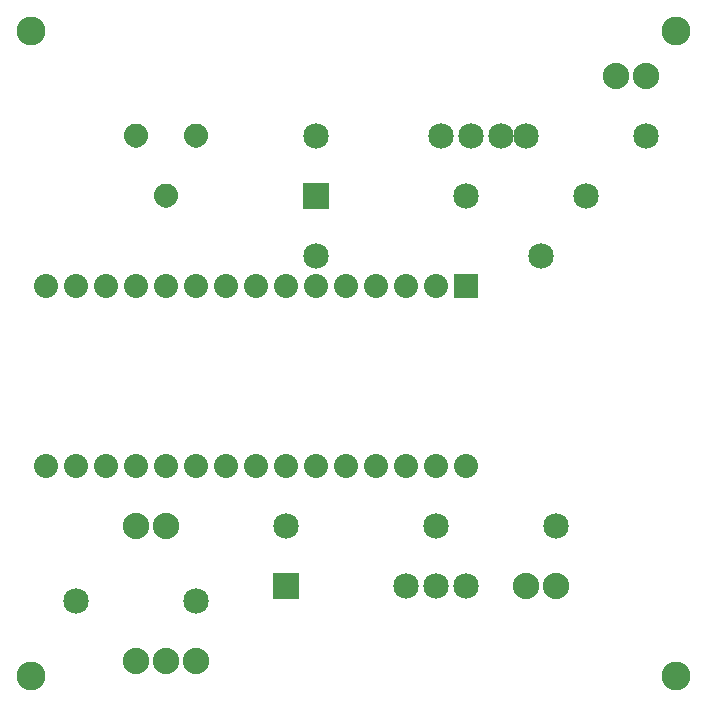
<source format=gts>
G04 MADE WITH FRITZING*
G04 WWW.FRITZING.ORG*
G04 DOUBLE SIDED*
G04 HOLES PLATED*
G04 CONTOUR ON CENTER OF CONTOUR VECTOR*
%ASAXBY*%
%FSLAX23Y23*%
%MOIN*%
%OFA0B0*%
%SFA1.0B1.0*%
%ADD10C,0.080000*%
%ADD11C,0.085000*%
%ADD12C,0.088000*%
%ADD13C,0.096614*%
%ADD14R,0.080000X0.079972*%
%ADD15R,0.085000X0.085000*%
%ADD16R,0.001000X0.001000*%
%LNMASK1*%
G90*
G70*
G54D10*
X1561Y1422D03*
X1461Y1422D03*
X1361Y1422D03*
X1261Y1422D03*
X1161Y1422D03*
X1061Y1422D03*
X961Y1422D03*
X861Y1422D03*
X761Y1422D03*
X661Y1422D03*
X561Y1422D03*
X461Y1422D03*
X361Y1422D03*
X261Y1422D03*
X161Y1422D03*
X1561Y822D03*
X1461Y822D03*
X1361Y822D03*
X1261Y822D03*
X1161Y822D03*
X1061Y822D03*
X961Y822D03*
X861Y822D03*
X761Y822D03*
X661Y822D03*
X561Y822D03*
X461Y822D03*
X361Y822D03*
X261Y822D03*
X161Y822D03*
G54D11*
X1061Y1722D03*
X1061Y1922D03*
X1561Y422D03*
X1461Y422D03*
X1361Y422D03*
X1861Y622D03*
X1461Y622D03*
X1761Y1922D03*
X2161Y1922D03*
G54D12*
X2161Y2122D03*
X2061Y2122D03*
X1761Y422D03*
X1861Y422D03*
G54D11*
X1961Y1722D03*
X1561Y1722D03*
X261Y372D03*
X661Y372D03*
G54D12*
X561Y622D03*
X461Y622D03*
G54D11*
X961Y422D03*
X961Y622D03*
G54D13*
X111Y122D03*
G54D11*
X1476Y1922D03*
X1576Y1922D03*
X1676Y1922D03*
G54D12*
X661Y172D03*
X561Y172D03*
X461Y172D03*
G54D11*
X1061Y1522D03*
X1811Y1522D03*
G54D13*
X2261Y122D03*
X111Y2272D03*
X2261Y2272D03*
G54D14*
X1561Y1422D03*
G54D15*
X1061Y1722D03*
X961Y422D03*
G54D16*
X455Y1962D02*
X465Y1962D01*
X655Y1962D02*
X665Y1962D01*
X450Y1961D02*
X470Y1961D01*
X650Y1961D02*
X670Y1961D01*
X447Y1960D02*
X473Y1960D01*
X647Y1960D02*
X673Y1960D01*
X444Y1959D02*
X476Y1959D01*
X644Y1959D02*
X676Y1959D01*
X442Y1958D02*
X478Y1958D01*
X642Y1958D02*
X678Y1958D01*
X440Y1957D02*
X480Y1957D01*
X640Y1957D02*
X680Y1957D01*
X439Y1956D02*
X481Y1956D01*
X639Y1956D02*
X681Y1956D01*
X437Y1955D02*
X483Y1955D01*
X637Y1955D02*
X683Y1955D01*
X436Y1954D02*
X484Y1954D01*
X636Y1954D02*
X684Y1954D01*
X435Y1953D02*
X485Y1953D01*
X635Y1953D02*
X685Y1953D01*
X434Y1952D02*
X487Y1952D01*
X634Y1952D02*
X686Y1952D01*
X432Y1951D02*
X488Y1951D01*
X632Y1951D02*
X688Y1951D01*
X432Y1950D02*
X489Y1950D01*
X631Y1950D02*
X689Y1950D01*
X431Y1949D02*
X489Y1949D01*
X631Y1949D02*
X689Y1949D01*
X430Y1948D02*
X490Y1948D01*
X630Y1948D02*
X690Y1948D01*
X429Y1947D02*
X491Y1947D01*
X629Y1947D02*
X691Y1947D01*
X428Y1946D02*
X492Y1946D01*
X628Y1946D02*
X692Y1946D01*
X428Y1945D02*
X493Y1945D01*
X627Y1945D02*
X693Y1945D01*
X427Y1944D02*
X493Y1944D01*
X627Y1944D02*
X693Y1944D01*
X426Y1943D02*
X494Y1943D01*
X626Y1943D02*
X694Y1943D01*
X426Y1942D02*
X494Y1942D01*
X626Y1942D02*
X694Y1942D01*
X425Y1941D02*
X495Y1941D01*
X625Y1941D02*
X695Y1941D01*
X425Y1940D02*
X495Y1940D01*
X625Y1940D02*
X695Y1940D01*
X424Y1939D02*
X496Y1939D01*
X624Y1939D02*
X696Y1939D01*
X424Y1938D02*
X496Y1938D01*
X624Y1938D02*
X696Y1938D01*
X423Y1937D02*
X497Y1937D01*
X623Y1937D02*
X697Y1937D01*
X423Y1936D02*
X497Y1936D01*
X623Y1936D02*
X697Y1936D01*
X423Y1935D02*
X497Y1935D01*
X623Y1935D02*
X697Y1935D01*
X422Y1934D02*
X498Y1934D01*
X622Y1934D02*
X698Y1934D01*
X422Y1933D02*
X498Y1933D01*
X622Y1933D02*
X698Y1933D01*
X422Y1932D02*
X498Y1932D01*
X622Y1932D02*
X698Y1932D01*
X422Y1931D02*
X499Y1931D01*
X622Y1931D02*
X699Y1931D01*
X421Y1930D02*
X499Y1930D01*
X621Y1930D02*
X699Y1930D01*
X421Y1929D02*
X499Y1929D01*
X621Y1929D02*
X699Y1929D01*
X421Y1928D02*
X499Y1928D01*
X621Y1928D02*
X699Y1928D01*
X421Y1927D02*
X499Y1927D01*
X621Y1927D02*
X699Y1927D01*
X421Y1926D02*
X499Y1926D01*
X621Y1926D02*
X699Y1926D01*
X421Y1925D02*
X499Y1925D01*
X621Y1925D02*
X699Y1925D01*
X421Y1924D02*
X499Y1924D01*
X621Y1924D02*
X699Y1924D01*
X421Y1923D02*
X499Y1923D01*
X621Y1923D02*
X699Y1923D01*
X421Y1922D02*
X499Y1922D01*
X621Y1922D02*
X699Y1922D01*
X421Y1921D02*
X499Y1921D01*
X621Y1921D02*
X699Y1921D01*
X421Y1920D02*
X499Y1920D01*
X621Y1920D02*
X699Y1920D01*
X421Y1919D02*
X499Y1919D01*
X621Y1919D02*
X699Y1919D01*
X421Y1918D02*
X499Y1918D01*
X621Y1918D02*
X699Y1918D01*
X421Y1917D02*
X499Y1917D01*
X621Y1917D02*
X699Y1917D01*
X421Y1916D02*
X499Y1916D01*
X621Y1916D02*
X699Y1916D01*
X421Y1915D02*
X499Y1915D01*
X621Y1915D02*
X699Y1915D01*
X422Y1914D02*
X499Y1914D01*
X622Y1914D02*
X698Y1914D01*
X422Y1913D02*
X498Y1913D01*
X622Y1913D02*
X698Y1913D01*
X422Y1912D02*
X498Y1912D01*
X622Y1912D02*
X698Y1912D01*
X422Y1911D02*
X498Y1911D01*
X622Y1911D02*
X698Y1911D01*
X423Y1910D02*
X497Y1910D01*
X623Y1910D02*
X697Y1910D01*
X423Y1909D02*
X497Y1909D01*
X623Y1909D02*
X697Y1909D01*
X423Y1908D02*
X497Y1908D01*
X623Y1908D02*
X697Y1908D01*
X424Y1907D02*
X496Y1907D01*
X624Y1907D02*
X696Y1907D01*
X424Y1906D02*
X496Y1906D01*
X624Y1906D02*
X696Y1906D01*
X425Y1905D02*
X495Y1905D01*
X625Y1905D02*
X695Y1905D01*
X425Y1904D02*
X495Y1904D01*
X625Y1904D02*
X695Y1904D01*
X426Y1903D02*
X494Y1903D01*
X626Y1903D02*
X694Y1903D01*
X426Y1902D02*
X494Y1902D01*
X626Y1902D02*
X694Y1902D01*
X427Y1901D02*
X493Y1901D01*
X627Y1901D02*
X693Y1901D01*
X428Y1900D02*
X492Y1900D01*
X628Y1900D02*
X692Y1900D01*
X428Y1899D02*
X492Y1899D01*
X628Y1899D02*
X692Y1899D01*
X429Y1898D02*
X491Y1898D01*
X629Y1898D02*
X691Y1898D01*
X430Y1897D02*
X490Y1897D01*
X630Y1897D02*
X690Y1897D01*
X431Y1896D02*
X489Y1896D01*
X631Y1896D02*
X689Y1896D01*
X432Y1895D02*
X488Y1895D01*
X632Y1895D02*
X688Y1895D01*
X433Y1894D02*
X488Y1894D01*
X633Y1894D02*
X687Y1894D01*
X434Y1893D02*
X486Y1893D01*
X634Y1893D02*
X686Y1893D01*
X435Y1892D02*
X485Y1892D01*
X635Y1892D02*
X685Y1892D01*
X436Y1891D02*
X484Y1891D01*
X636Y1891D02*
X684Y1891D01*
X437Y1890D02*
X483Y1890D01*
X637Y1890D02*
X683Y1890D01*
X439Y1889D02*
X481Y1889D01*
X639Y1889D02*
X681Y1889D01*
X441Y1888D02*
X480Y1888D01*
X641Y1888D02*
X679Y1888D01*
X442Y1887D02*
X478Y1887D01*
X642Y1887D02*
X678Y1887D01*
X444Y1886D02*
X476Y1886D01*
X644Y1886D02*
X676Y1886D01*
X447Y1885D02*
X473Y1885D01*
X647Y1885D02*
X673Y1885D01*
X450Y1884D02*
X470Y1884D01*
X650Y1884D02*
X670Y1884D01*
X455Y1883D02*
X465Y1883D01*
X655Y1883D02*
X665Y1883D01*
X554Y1762D02*
X566Y1762D01*
X550Y1761D02*
X570Y1761D01*
X547Y1760D02*
X573Y1760D01*
X544Y1759D02*
X576Y1759D01*
X542Y1758D02*
X578Y1758D01*
X540Y1757D02*
X580Y1757D01*
X539Y1756D02*
X581Y1756D01*
X537Y1755D02*
X583Y1755D01*
X536Y1754D02*
X584Y1754D01*
X535Y1753D02*
X585Y1753D01*
X534Y1752D02*
X587Y1752D01*
X532Y1751D02*
X588Y1751D01*
X531Y1750D02*
X589Y1750D01*
X531Y1749D02*
X589Y1749D01*
X530Y1748D02*
X590Y1748D01*
X529Y1747D02*
X591Y1747D01*
X528Y1746D02*
X592Y1746D01*
X527Y1745D02*
X593Y1745D01*
X527Y1744D02*
X593Y1744D01*
X526Y1743D02*
X594Y1743D01*
X526Y1742D02*
X594Y1742D01*
X525Y1741D02*
X595Y1741D01*
X525Y1740D02*
X595Y1740D01*
X524Y1739D02*
X596Y1739D01*
X524Y1738D02*
X596Y1738D01*
X523Y1737D02*
X597Y1737D01*
X523Y1736D02*
X597Y1736D01*
X523Y1735D02*
X597Y1735D01*
X522Y1734D02*
X598Y1734D01*
X522Y1733D02*
X598Y1733D01*
X522Y1732D02*
X598Y1732D01*
X521Y1731D02*
X599Y1731D01*
X521Y1730D02*
X599Y1730D01*
X521Y1729D02*
X599Y1729D01*
X521Y1728D02*
X599Y1728D01*
X521Y1727D02*
X599Y1727D01*
X521Y1726D02*
X599Y1726D01*
X521Y1725D02*
X599Y1725D01*
X521Y1724D02*
X599Y1724D01*
X521Y1723D02*
X599Y1723D01*
X521Y1722D02*
X599Y1722D01*
X521Y1721D02*
X599Y1721D01*
X521Y1720D02*
X599Y1720D01*
X521Y1719D02*
X599Y1719D01*
X521Y1718D02*
X599Y1718D01*
X521Y1717D02*
X599Y1717D01*
X521Y1716D02*
X599Y1716D01*
X521Y1715D02*
X599Y1715D01*
X522Y1714D02*
X598Y1714D01*
X522Y1713D02*
X598Y1713D01*
X522Y1712D02*
X598Y1712D01*
X522Y1711D02*
X598Y1711D01*
X523Y1710D02*
X597Y1710D01*
X523Y1709D02*
X597Y1709D01*
X523Y1708D02*
X597Y1708D01*
X524Y1707D02*
X596Y1707D01*
X524Y1706D02*
X596Y1706D01*
X525Y1705D02*
X595Y1705D01*
X525Y1704D02*
X595Y1704D01*
X526Y1703D02*
X594Y1703D01*
X526Y1702D02*
X594Y1702D01*
X527Y1701D02*
X593Y1701D01*
X528Y1700D02*
X592Y1700D01*
X528Y1699D02*
X592Y1699D01*
X529Y1698D02*
X591Y1698D01*
X530Y1697D02*
X590Y1697D01*
X531Y1696D02*
X589Y1696D01*
X532Y1695D02*
X588Y1695D01*
X533Y1694D02*
X587Y1694D01*
X534Y1693D02*
X586Y1693D01*
X535Y1692D02*
X585Y1692D01*
X536Y1691D02*
X584Y1691D01*
X537Y1690D02*
X583Y1690D01*
X539Y1689D02*
X581Y1689D01*
X541Y1688D02*
X579Y1688D01*
X542Y1687D02*
X578Y1687D01*
X544Y1686D02*
X576Y1686D01*
X547Y1685D02*
X573Y1685D01*
X550Y1684D02*
X570Y1684D01*
X555Y1683D02*
X565Y1683D01*
D02*
G04 End of Mask1*
M02*
</source>
